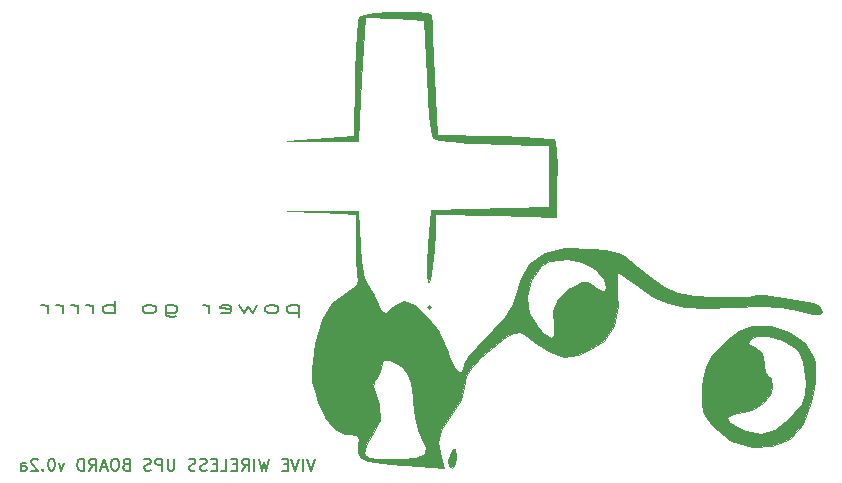
<source format=gbr>
%TF.GenerationSoftware,KiCad,Pcbnew,(5.1.9)-1*%
%TF.CreationDate,2021-05-12T15:20:05-07:00*%
%TF.ProjectId,vive_ups,76697665-5f75-4707-932e-6b696361645f,rev?*%
%TF.SameCoordinates,Original*%
%TF.FileFunction,Legend,Bot*%
%TF.FilePolarity,Positive*%
%FSLAX46Y46*%
G04 Gerber Fmt 4.6, Leading zero omitted, Abs format (unit mm)*
G04 Created by KiCad (PCBNEW (5.1.9)-1) date 2021-05-12 15:20:05*
%MOMM*%
%LPD*%
G01*
G04 APERTURE LIST*
%ADD10C,0.150000*%
%ADD11C,0.010000*%
G04 APERTURE END LIST*
D10*
X88464571Y-128309714D02*
X88464571Y-129309714D01*
X88464571Y-128357333D02*
X88271047Y-128309714D01*
X87884000Y-128309714D01*
X87690476Y-128357333D01*
X87593714Y-128404952D01*
X87496952Y-128500190D01*
X87496952Y-128785904D01*
X87593714Y-128881142D01*
X87690476Y-128928761D01*
X87884000Y-128976380D01*
X88271047Y-128976380D01*
X88464571Y-128928761D01*
X86335809Y-128976380D02*
X86529333Y-128928761D01*
X86626095Y-128881142D01*
X86722857Y-128785904D01*
X86722857Y-128500190D01*
X86626095Y-128404952D01*
X86529333Y-128357333D01*
X86335809Y-128309714D01*
X86045523Y-128309714D01*
X85852000Y-128357333D01*
X85755238Y-128404952D01*
X85658476Y-128500190D01*
X85658476Y-128785904D01*
X85755238Y-128881142D01*
X85852000Y-128928761D01*
X86045523Y-128976380D01*
X86335809Y-128976380D01*
X84981142Y-128309714D02*
X84594095Y-128976380D01*
X84207047Y-128500190D01*
X83820000Y-128976380D01*
X83432952Y-128309714D01*
X81884761Y-128928761D02*
X82078285Y-128976380D01*
X82465333Y-128976380D01*
X82658857Y-128928761D01*
X82755619Y-128833523D01*
X82755619Y-128452571D01*
X82658857Y-128357333D01*
X82465333Y-128309714D01*
X82078285Y-128309714D01*
X81884761Y-128357333D01*
X81788000Y-128452571D01*
X81788000Y-128547809D01*
X82755619Y-128643047D01*
X80917142Y-128976380D02*
X80917142Y-128309714D01*
X80917142Y-128500190D02*
X80820380Y-128404952D01*
X80723619Y-128357333D01*
X80530095Y-128309714D01*
X80336571Y-128309714D01*
X77240190Y-128309714D02*
X77240190Y-129119238D01*
X77336952Y-129214476D01*
X77433714Y-129262095D01*
X77627238Y-129309714D01*
X77917523Y-129309714D01*
X78111047Y-129262095D01*
X77240190Y-128928761D02*
X77433714Y-128976380D01*
X77820761Y-128976380D01*
X78014285Y-128928761D01*
X78111047Y-128881142D01*
X78207809Y-128785904D01*
X78207809Y-128500190D01*
X78111047Y-128404952D01*
X78014285Y-128357333D01*
X77820761Y-128309714D01*
X77433714Y-128309714D01*
X77240190Y-128357333D01*
X75982285Y-128976380D02*
X76175809Y-128928761D01*
X76272571Y-128881142D01*
X76369333Y-128785904D01*
X76369333Y-128500190D01*
X76272571Y-128404952D01*
X76175809Y-128357333D01*
X75982285Y-128309714D01*
X75692000Y-128309714D01*
X75498476Y-128357333D01*
X75401714Y-128404952D01*
X75304952Y-128500190D01*
X75304952Y-128785904D01*
X75401714Y-128881142D01*
X75498476Y-128928761D01*
X75692000Y-128976380D01*
X75982285Y-128976380D01*
X72885904Y-128976380D02*
X72885904Y-127976380D01*
X72885904Y-128357333D02*
X72692380Y-128309714D01*
X72305333Y-128309714D01*
X72111809Y-128357333D01*
X72015047Y-128404952D01*
X71918285Y-128500190D01*
X71918285Y-128785904D01*
X72015047Y-128881142D01*
X72111809Y-128928761D01*
X72305333Y-128976380D01*
X72692380Y-128976380D01*
X72885904Y-128928761D01*
X71047428Y-128976380D02*
X71047428Y-128309714D01*
X71047428Y-128500190D02*
X70950666Y-128404952D01*
X70853904Y-128357333D01*
X70660380Y-128309714D01*
X70466857Y-128309714D01*
X69789523Y-128976380D02*
X69789523Y-128309714D01*
X69789523Y-128500190D02*
X69692761Y-128404952D01*
X69596000Y-128357333D01*
X69402476Y-128309714D01*
X69208952Y-128309714D01*
X68531619Y-128976380D02*
X68531619Y-128309714D01*
X68531619Y-128500190D02*
X68434857Y-128404952D01*
X68338095Y-128357333D01*
X68144571Y-128309714D01*
X67951047Y-128309714D01*
X67273714Y-128976380D02*
X67273714Y-128309714D01*
X67273714Y-128500190D02*
X67176952Y-128404952D01*
X67080190Y-128357333D01*
X66886666Y-128309714D01*
X66693142Y-128309714D01*
X89866809Y-141311380D02*
X89533476Y-142311380D01*
X89200142Y-141311380D01*
X88866809Y-142311380D02*
X88866809Y-141311380D01*
X88533476Y-141311380D02*
X88200142Y-142311380D01*
X87866809Y-141311380D01*
X87533476Y-141787571D02*
X87200142Y-141787571D01*
X87057285Y-142311380D02*
X87533476Y-142311380D01*
X87533476Y-141311380D01*
X87057285Y-141311380D01*
X85962047Y-141311380D02*
X85723952Y-142311380D01*
X85533476Y-141597095D01*
X85343000Y-142311380D01*
X85104904Y-141311380D01*
X84723952Y-142311380D02*
X84723952Y-141311380D01*
X83676333Y-142311380D02*
X84009666Y-141835190D01*
X84247761Y-142311380D02*
X84247761Y-141311380D01*
X83866809Y-141311380D01*
X83771571Y-141359000D01*
X83723952Y-141406619D01*
X83676333Y-141501857D01*
X83676333Y-141644714D01*
X83723952Y-141739952D01*
X83771571Y-141787571D01*
X83866809Y-141835190D01*
X84247761Y-141835190D01*
X83247761Y-141787571D02*
X82914428Y-141787571D01*
X82771571Y-142311380D02*
X83247761Y-142311380D01*
X83247761Y-141311380D01*
X82771571Y-141311380D01*
X81866809Y-142311380D02*
X82343000Y-142311380D01*
X82343000Y-141311380D01*
X81533476Y-141787571D02*
X81200142Y-141787571D01*
X81057285Y-142311380D02*
X81533476Y-142311380D01*
X81533476Y-141311380D01*
X81057285Y-141311380D01*
X80676333Y-142263761D02*
X80533476Y-142311380D01*
X80295380Y-142311380D01*
X80200142Y-142263761D01*
X80152523Y-142216142D01*
X80104904Y-142120904D01*
X80104904Y-142025666D01*
X80152523Y-141930428D01*
X80200142Y-141882809D01*
X80295380Y-141835190D01*
X80485857Y-141787571D01*
X80581095Y-141739952D01*
X80628714Y-141692333D01*
X80676333Y-141597095D01*
X80676333Y-141501857D01*
X80628714Y-141406619D01*
X80581095Y-141359000D01*
X80485857Y-141311380D01*
X80247761Y-141311380D01*
X80104904Y-141359000D01*
X79723952Y-142263761D02*
X79581095Y-142311380D01*
X79343000Y-142311380D01*
X79247761Y-142263761D01*
X79200142Y-142216142D01*
X79152523Y-142120904D01*
X79152523Y-142025666D01*
X79200142Y-141930428D01*
X79247761Y-141882809D01*
X79343000Y-141835190D01*
X79533476Y-141787571D01*
X79628714Y-141739952D01*
X79676333Y-141692333D01*
X79723952Y-141597095D01*
X79723952Y-141501857D01*
X79676333Y-141406619D01*
X79628714Y-141359000D01*
X79533476Y-141311380D01*
X79295380Y-141311380D01*
X79152523Y-141359000D01*
X77962047Y-141311380D02*
X77962047Y-142120904D01*
X77914428Y-142216142D01*
X77866809Y-142263761D01*
X77771571Y-142311380D01*
X77581095Y-142311380D01*
X77485857Y-142263761D01*
X77438238Y-142216142D01*
X77390619Y-142120904D01*
X77390619Y-141311380D01*
X76914428Y-142311380D02*
X76914428Y-141311380D01*
X76533476Y-141311380D01*
X76438238Y-141359000D01*
X76390619Y-141406619D01*
X76343000Y-141501857D01*
X76343000Y-141644714D01*
X76390619Y-141739952D01*
X76438238Y-141787571D01*
X76533476Y-141835190D01*
X76914428Y-141835190D01*
X75962047Y-142263761D02*
X75819190Y-142311380D01*
X75581095Y-142311380D01*
X75485857Y-142263761D01*
X75438238Y-142216142D01*
X75390619Y-142120904D01*
X75390619Y-142025666D01*
X75438238Y-141930428D01*
X75485857Y-141882809D01*
X75581095Y-141835190D01*
X75771571Y-141787571D01*
X75866809Y-141739952D01*
X75914428Y-141692333D01*
X75962047Y-141597095D01*
X75962047Y-141501857D01*
X75914428Y-141406619D01*
X75866809Y-141359000D01*
X75771571Y-141311380D01*
X75533476Y-141311380D01*
X75390619Y-141359000D01*
X73866809Y-141787571D02*
X73723952Y-141835190D01*
X73676333Y-141882809D01*
X73628714Y-141978047D01*
X73628714Y-142120904D01*
X73676333Y-142216142D01*
X73723952Y-142263761D01*
X73819190Y-142311380D01*
X74200142Y-142311380D01*
X74200142Y-141311380D01*
X73866809Y-141311380D01*
X73771571Y-141359000D01*
X73723952Y-141406619D01*
X73676333Y-141501857D01*
X73676333Y-141597095D01*
X73723952Y-141692333D01*
X73771571Y-141739952D01*
X73866809Y-141787571D01*
X74200142Y-141787571D01*
X73009666Y-141311380D02*
X72819190Y-141311380D01*
X72723952Y-141359000D01*
X72628714Y-141454238D01*
X72581095Y-141644714D01*
X72581095Y-141978047D01*
X72628714Y-142168523D01*
X72723952Y-142263761D01*
X72819190Y-142311380D01*
X73009666Y-142311380D01*
X73104904Y-142263761D01*
X73200142Y-142168523D01*
X73247761Y-141978047D01*
X73247761Y-141644714D01*
X73200142Y-141454238D01*
X73104904Y-141359000D01*
X73009666Y-141311380D01*
X72200142Y-142025666D02*
X71723952Y-142025666D01*
X72295380Y-142311380D02*
X71962047Y-141311380D01*
X71628714Y-142311380D01*
X70723952Y-142311380D02*
X71057285Y-141835190D01*
X71295380Y-142311380D02*
X71295380Y-141311380D01*
X70914428Y-141311380D01*
X70819190Y-141359000D01*
X70771571Y-141406619D01*
X70723952Y-141501857D01*
X70723952Y-141644714D01*
X70771571Y-141739952D01*
X70819190Y-141787571D01*
X70914428Y-141835190D01*
X71295380Y-141835190D01*
X70295380Y-142311380D02*
X70295380Y-141311380D01*
X70057285Y-141311380D01*
X69914428Y-141359000D01*
X69819190Y-141454238D01*
X69771571Y-141549476D01*
X69723952Y-141739952D01*
X69723952Y-141882809D01*
X69771571Y-142073285D01*
X69819190Y-142168523D01*
X69914428Y-142263761D01*
X70057285Y-142311380D01*
X70295380Y-142311380D01*
X68628714Y-141644714D02*
X68390619Y-142311380D01*
X68152523Y-141644714D01*
X67581095Y-141311380D02*
X67485857Y-141311380D01*
X67390619Y-141359000D01*
X67343000Y-141406619D01*
X67295380Y-141501857D01*
X67247761Y-141692333D01*
X67247761Y-141930428D01*
X67295380Y-142120904D01*
X67343000Y-142216142D01*
X67390619Y-142263761D01*
X67485857Y-142311380D01*
X67581095Y-142311380D01*
X67676333Y-142263761D01*
X67723952Y-142216142D01*
X67771571Y-142120904D01*
X67819190Y-141930428D01*
X67819190Y-141692333D01*
X67771571Y-141501857D01*
X67723952Y-141406619D01*
X67676333Y-141359000D01*
X67581095Y-141311380D01*
X66819190Y-142216142D02*
X66771571Y-142263761D01*
X66819190Y-142311380D01*
X66866809Y-142263761D01*
X66819190Y-142216142D01*
X66819190Y-142311380D01*
X66390619Y-141406619D02*
X66343000Y-141359000D01*
X66247761Y-141311380D01*
X66009666Y-141311380D01*
X65914428Y-141359000D01*
X65866809Y-141406619D01*
X65819190Y-141501857D01*
X65819190Y-141597095D01*
X65866809Y-141739952D01*
X66438238Y-142311380D01*
X65819190Y-142311380D01*
X64962047Y-142311380D02*
X64962047Y-141787571D01*
X65009666Y-141692333D01*
X65104904Y-141644714D01*
X65295380Y-141644714D01*
X65390619Y-141692333D01*
X64962047Y-142263761D02*
X65057285Y-142311380D01*
X65295380Y-142311380D01*
X65390619Y-142263761D01*
X65438238Y-142168523D01*
X65438238Y-142073285D01*
X65390619Y-141978047D01*
X65295380Y-141930428D01*
X65057285Y-141930428D01*
X64962047Y-141882809D01*
D11*
%TO.C,G\u002A\u002A\u002A*%
G36*
X101528777Y-140491973D02*
G01*
X101416555Y-140648267D01*
X101103786Y-141393408D01*
X101162264Y-141931105D01*
X101416555Y-142059378D01*
X101670834Y-141755113D01*
X101763931Y-141089239D01*
X101711254Y-140473350D01*
X101528777Y-140491973D01*
G37*
X101528777Y-140491973D02*
X101416555Y-140648267D01*
X101103786Y-141393408D01*
X101162264Y-141931105D01*
X101416555Y-142059378D01*
X101670834Y-141755113D01*
X101763931Y-141089239D01*
X101711254Y-140473350D01*
X101528777Y-140491973D01*
G36*
X90392250Y-120441781D02*
G01*
X93302666Y-120568468D01*
X93302666Y-123171181D01*
X93324793Y-124508302D01*
X93383073Y-125596533D01*
X93465357Y-126217642D01*
X93473723Y-126243720D01*
X93302121Y-126709469D01*
X92589537Y-127205567D01*
X92512211Y-127242711D01*
X91325292Y-128127497D01*
X90457440Y-129549648D01*
X89880386Y-131561357D01*
X89752577Y-132337797D01*
X89599889Y-133748322D01*
X89644063Y-134811871D01*
X89917457Y-135867577D01*
X90149341Y-136496198D01*
X90828755Y-137957024D01*
X91543413Y-138822392D01*
X92399411Y-139198830D01*
X92879170Y-139237156D01*
X93489704Y-139342591D01*
X93580646Y-139800297D01*
X93520709Y-140078735D01*
X93459347Y-140702142D01*
X93704833Y-141147338D01*
X94354073Y-141457989D01*
X95503976Y-141677766D01*
X97251448Y-141850338D01*
X97493595Y-141869017D01*
X100802580Y-142119510D01*
X100531210Y-141119305D01*
X100389779Y-140326808D01*
X99256271Y-140326808D01*
X99134136Y-140884372D01*
X98440615Y-141210288D01*
X97124552Y-141344635D01*
X96488738Y-141353823D01*
X95158706Y-141326175D01*
X94395242Y-141222467D01*
X94060790Y-141011547D01*
X94008222Y-140792105D01*
X94215354Y-140132166D01*
X94713397Y-139333902D01*
X94713777Y-139333419D01*
X95336853Y-138058827D01*
X95280793Y-136650610D01*
X95005569Y-135892797D01*
X94768376Y-135107123D01*
X94979998Y-134597214D01*
X95005569Y-134570920D01*
X95369602Y-133872798D01*
X95419333Y-133522156D01*
X95641820Y-132987502D01*
X96241061Y-132969778D01*
X97114730Y-133467948D01*
X97206028Y-133540241D01*
X97687053Y-134076564D01*
X97977424Y-134853345D01*
X98146465Y-136078542D01*
X98175726Y-136449157D01*
X98342428Y-137770257D01*
X98609148Y-138905124D01*
X98858182Y-139497515D01*
X99256271Y-140326808D01*
X100389779Y-140326808D01*
X100309189Y-139875235D01*
X100495744Y-138899323D01*
X101165793Y-137888342D01*
X101396003Y-137619166D01*
X102243868Y-136334034D01*
X102474889Y-135208986D01*
X102613488Y-134324975D01*
X103120185Y-133513806D01*
X103856934Y-132778994D01*
X104846572Y-131928032D01*
X105783372Y-131191049D01*
X106133574Y-130944238D01*
X106707210Y-130618803D01*
X107173891Y-130605626D01*
X107780002Y-130955265D01*
X108367500Y-131402637D01*
X109724626Y-132302501D01*
X110901999Y-132657227D01*
X112117144Y-132504754D01*
X112927163Y-132197894D01*
X114328487Y-131296702D01*
X115166951Y-130045881D01*
X115479128Y-128375302D01*
X115449347Y-127361396D01*
X115411598Y-126738082D01*
X114469333Y-126738082D01*
X114415050Y-127111073D01*
X114127850Y-127077497D01*
X113571178Y-126735364D01*
X112944140Y-126384928D01*
X112428864Y-126378951D01*
X111715592Y-126740067D01*
X111472725Y-126888695D01*
X110403539Y-127783176D01*
X109967233Y-128833197D01*
X110061352Y-130072861D01*
X110129931Y-130871056D01*
X109847186Y-131068840D01*
X109204318Y-130666989D01*
X108696606Y-130193216D01*
X107955353Y-128991453D01*
X107768739Y-127570768D01*
X108155014Y-126170597D01*
X108363468Y-125821901D01*
X109011462Y-124996063D01*
X109669453Y-124580623D01*
X110619440Y-124437873D01*
X111222174Y-124425891D01*
X112503742Y-124651192D01*
X113593373Y-125246576D01*
X114301711Y-126077211D01*
X114469333Y-126738082D01*
X115411598Y-126738082D01*
X115386203Y-126318773D01*
X115389519Y-125635129D01*
X115431612Y-125478822D01*
X115763524Y-125675254D01*
X116479439Y-126183532D01*
X117187187Y-126713642D01*
X118460685Y-127573455D01*
X119731944Y-128143816D01*
X121172509Y-128461823D01*
X122953925Y-128564569D01*
X125247737Y-128489152D01*
X125365551Y-128482176D01*
X127573527Y-128399961D01*
X129273688Y-128462445D01*
X130650616Y-128678683D01*
X130961694Y-128756672D01*
X132046316Y-129020131D01*
X132611301Y-129060312D01*
X132805538Y-128879514D01*
X132813777Y-128785255D01*
X132514544Y-128351787D01*
X132020027Y-128139671D01*
X130460020Y-127829509D01*
X129011693Y-127600113D01*
X127847398Y-127473452D01*
X127139486Y-127471491D01*
X127032078Y-127503928D01*
X126554686Y-127586862D01*
X125556212Y-127638343D01*
X124220728Y-127650692D01*
X123678742Y-127643819D01*
X121963012Y-127549677D01*
X120614607Y-127278788D01*
X119403895Y-126738404D01*
X118101246Y-125835782D01*
X117039215Y-124962191D01*
X116387179Y-124411285D01*
X116097612Y-124168654D01*
X115492331Y-123910309D01*
X114428586Y-123665367D01*
X113312532Y-123507636D01*
X111045579Y-123474383D01*
X109290493Y-123908186D01*
X108012216Y-124830363D01*
X107175693Y-126262232D01*
X106860577Y-127431012D01*
X106562149Y-128362029D01*
X105954243Y-129309673D01*
X104919658Y-130444901D01*
X104537225Y-130819977D01*
X103572832Y-131816779D01*
X102849611Y-132690664D01*
X102492405Y-133286808D01*
X102474889Y-133377616D01*
X102340425Y-133941274D01*
X102010942Y-133957355D01*
X101597300Y-133514089D01*
X101210360Y-132699701D01*
X101082869Y-132269795D01*
X100283680Y-130422210D01*
X99381894Y-129271184D01*
X98282837Y-128315801D01*
X97409958Y-127982862D01*
X96694887Y-128253679D01*
X96477666Y-128477434D01*
X95892025Y-128960332D01*
X95461376Y-128759884D01*
X95224990Y-128212850D01*
X94786054Y-127292419D01*
X94407467Y-126766414D01*
X94028578Y-125968355D01*
X93767706Y-124545046D01*
X93655444Y-123238636D01*
X93479055Y-120363545D01*
X87481833Y-120315095D01*
X90392250Y-120441781D01*
G37*
X90392250Y-120441781D02*
X93302666Y-120568468D01*
X93302666Y-123171181D01*
X93324793Y-124508302D01*
X93383073Y-125596533D01*
X93465357Y-126217642D01*
X93473723Y-126243720D01*
X93302121Y-126709469D01*
X92589537Y-127205567D01*
X92512211Y-127242711D01*
X91325292Y-128127497D01*
X90457440Y-129549648D01*
X89880386Y-131561357D01*
X89752577Y-132337797D01*
X89599889Y-133748322D01*
X89644063Y-134811871D01*
X89917457Y-135867577D01*
X90149341Y-136496198D01*
X90828755Y-137957024D01*
X91543413Y-138822392D01*
X92399411Y-139198830D01*
X92879170Y-139237156D01*
X93489704Y-139342591D01*
X93580646Y-139800297D01*
X93520709Y-140078735D01*
X93459347Y-140702142D01*
X93704833Y-141147338D01*
X94354073Y-141457989D01*
X95503976Y-141677766D01*
X97251448Y-141850338D01*
X97493595Y-141869017D01*
X100802580Y-142119510D01*
X100531210Y-141119305D01*
X100389779Y-140326808D01*
X99256271Y-140326808D01*
X99134136Y-140884372D01*
X98440615Y-141210288D01*
X97124552Y-141344635D01*
X96488738Y-141353823D01*
X95158706Y-141326175D01*
X94395242Y-141222467D01*
X94060790Y-141011547D01*
X94008222Y-140792105D01*
X94215354Y-140132166D01*
X94713397Y-139333902D01*
X94713777Y-139333419D01*
X95336853Y-138058827D01*
X95280793Y-136650610D01*
X95005569Y-135892797D01*
X94768376Y-135107123D01*
X94979998Y-134597214D01*
X95005569Y-134570920D01*
X95369602Y-133872798D01*
X95419333Y-133522156D01*
X95641820Y-132987502D01*
X96241061Y-132969778D01*
X97114730Y-133467948D01*
X97206028Y-133540241D01*
X97687053Y-134076564D01*
X97977424Y-134853345D01*
X98146465Y-136078542D01*
X98175726Y-136449157D01*
X98342428Y-137770257D01*
X98609148Y-138905124D01*
X98858182Y-139497515D01*
X99256271Y-140326808D01*
X100389779Y-140326808D01*
X100309189Y-139875235D01*
X100495744Y-138899323D01*
X101165793Y-137888342D01*
X101396003Y-137619166D01*
X102243868Y-136334034D01*
X102474889Y-135208986D01*
X102613488Y-134324975D01*
X103120185Y-133513806D01*
X103856934Y-132778994D01*
X104846572Y-131928032D01*
X105783372Y-131191049D01*
X106133574Y-130944238D01*
X106707210Y-130618803D01*
X107173891Y-130605626D01*
X107780002Y-130955265D01*
X108367500Y-131402637D01*
X109724626Y-132302501D01*
X110901999Y-132657227D01*
X112117144Y-132504754D01*
X112927163Y-132197894D01*
X114328487Y-131296702D01*
X115166951Y-130045881D01*
X115479128Y-128375302D01*
X115449347Y-127361396D01*
X115411598Y-126738082D01*
X114469333Y-126738082D01*
X114415050Y-127111073D01*
X114127850Y-127077497D01*
X113571178Y-126735364D01*
X112944140Y-126384928D01*
X112428864Y-126378951D01*
X111715592Y-126740067D01*
X111472725Y-126888695D01*
X110403539Y-127783176D01*
X109967233Y-128833197D01*
X110061352Y-130072861D01*
X110129931Y-130871056D01*
X109847186Y-131068840D01*
X109204318Y-130666989D01*
X108696606Y-130193216D01*
X107955353Y-128991453D01*
X107768739Y-127570768D01*
X108155014Y-126170597D01*
X108363468Y-125821901D01*
X109011462Y-124996063D01*
X109669453Y-124580623D01*
X110619440Y-124437873D01*
X111222174Y-124425891D01*
X112503742Y-124651192D01*
X113593373Y-125246576D01*
X114301711Y-126077211D01*
X114469333Y-126738082D01*
X115411598Y-126738082D01*
X115386203Y-126318773D01*
X115389519Y-125635129D01*
X115431612Y-125478822D01*
X115763524Y-125675254D01*
X116479439Y-126183532D01*
X117187187Y-126713642D01*
X118460685Y-127573455D01*
X119731944Y-128143816D01*
X121172509Y-128461823D01*
X122953925Y-128564569D01*
X125247737Y-128489152D01*
X125365551Y-128482176D01*
X127573527Y-128399961D01*
X129273688Y-128462445D01*
X130650616Y-128678683D01*
X130961694Y-128756672D01*
X132046316Y-129020131D01*
X132611301Y-129060312D01*
X132805538Y-128879514D01*
X132813777Y-128785255D01*
X132514544Y-128351787D01*
X132020027Y-128139671D01*
X130460020Y-127829509D01*
X129011693Y-127600113D01*
X127847398Y-127473452D01*
X127139486Y-127471491D01*
X127032078Y-127503928D01*
X126554686Y-127586862D01*
X125556212Y-127638343D01*
X124220728Y-127650692D01*
X123678742Y-127643819D01*
X121963012Y-127549677D01*
X120614607Y-127278788D01*
X119403895Y-126738404D01*
X118101246Y-125835782D01*
X117039215Y-124962191D01*
X116387179Y-124411285D01*
X116097612Y-124168654D01*
X115492331Y-123910309D01*
X114428586Y-123665367D01*
X113312532Y-123507636D01*
X111045579Y-123474383D01*
X109290493Y-123908186D01*
X108012216Y-124830363D01*
X107175693Y-126262232D01*
X106860577Y-127431012D01*
X106562149Y-128362029D01*
X105954243Y-129309673D01*
X104919658Y-130444901D01*
X104537225Y-130819977D01*
X103572832Y-131816779D01*
X102849611Y-132690664D01*
X102492405Y-133286808D01*
X102474889Y-133377616D01*
X102340425Y-133941274D01*
X102010942Y-133957355D01*
X101597300Y-133514089D01*
X101210360Y-132699701D01*
X101082869Y-132269795D01*
X100283680Y-130422210D01*
X99381894Y-129271184D01*
X98282837Y-128315801D01*
X97409958Y-127982862D01*
X96694887Y-128253679D01*
X96477666Y-128477434D01*
X95892025Y-128960332D01*
X95461376Y-128759884D01*
X95224990Y-128212850D01*
X94786054Y-127292419D01*
X94407467Y-126766414D01*
X94028578Y-125968355D01*
X93767706Y-124545046D01*
X93655444Y-123238636D01*
X93479055Y-120363545D01*
X87481833Y-120315095D01*
X90392250Y-120441781D01*
G36*
X126634634Y-130112906D02*
G01*
X125781226Y-130527183D01*
X124762407Y-131278139D01*
X124188173Y-131810951D01*
X123371709Y-132729112D01*
X122929130Y-133546368D01*
X122718835Y-134584636D01*
X122656047Y-135294105D01*
X122603934Y-136511428D01*
X122721902Y-137315142D01*
X123091662Y-137991639D01*
X123601746Y-138608751D01*
X125067779Y-139773908D01*
X126816003Y-140329871D01*
X128575368Y-140256156D01*
X130033830Y-139607299D01*
X131139499Y-138359626D01*
X131875909Y-136534557D01*
X132047682Y-135739000D01*
X132167143Y-134771043D01*
X131402666Y-134771043D01*
X131341098Y-135862630D01*
X131065327Y-136652947D01*
X130438753Y-137450827D01*
X130033059Y-137867548D01*
X128796176Y-138863148D01*
X127624296Y-139223091D01*
X126353535Y-138979119D01*
X125740703Y-138698930D01*
X124926413Y-138154574D01*
X124760984Y-137736922D01*
X125245821Y-137503255D01*
X125710647Y-137473267D01*
X126832863Y-137218871D01*
X127821147Y-136572954D01*
X128457783Y-135711419D01*
X128580444Y-135154607D01*
X128456403Y-134503979D01*
X128227666Y-134298267D01*
X127982890Y-133990978D01*
X127875131Y-133247438D01*
X127874889Y-133206907D01*
X127720563Y-132332013D01*
X127195855Y-131938246D01*
X127169333Y-131931040D01*
X126548294Y-131612386D01*
X126611761Y-131230876D01*
X127174872Y-130945120D01*
X128200675Y-130910327D01*
X129402233Y-131253567D01*
X130453777Y-131856604D01*
X130872406Y-132287093D01*
X131198534Y-133110284D01*
X131384351Y-134286187D01*
X131402666Y-134771043D01*
X132167143Y-134771043D01*
X132220225Y-134340939D01*
X132220142Y-133224299D01*
X132130840Y-132782970D01*
X131305424Y-131545717D01*
X130018218Y-130607486D01*
X128485853Y-130073518D01*
X126924960Y-130049052D01*
X126634634Y-130112906D01*
G37*
X126634634Y-130112906D02*
X125781226Y-130527183D01*
X124762407Y-131278139D01*
X124188173Y-131810951D01*
X123371709Y-132729112D01*
X122929130Y-133546368D01*
X122718835Y-134584636D01*
X122656047Y-135294105D01*
X122603934Y-136511428D01*
X122721902Y-137315142D01*
X123091662Y-137991639D01*
X123601746Y-138608751D01*
X125067779Y-139773908D01*
X126816003Y-140329871D01*
X128575368Y-140256156D01*
X130033830Y-139607299D01*
X131139499Y-138359626D01*
X131875909Y-136534557D01*
X132047682Y-135739000D01*
X132167143Y-134771043D01*
X131402666Y-134771043D01*
X131341098Y-135862630D01*
X131065327Y-136652947D01*
X130438753Y-137450827D01*
X130033059Y-137867548D01*
X128796176Y-138863148D01*
X127624296Y-139223091D01*
X126353535Y-138979119D01*
X125740703Y-138698930D01*
X124926413Y-138154574D01*
X124760984Y-137736922D01*
X125245821Y-137503255D01*
X125710647Y-137473267D01*
X126832863Y-137218871D01*
X127821147Y-136572954D01*
X128457783Y-135711419D01*
X128580444Y-135154607D01*
X128456403Y-134503979D01*
X128227666Y-134298267D01*
X127982890Y-133990978D01*
X127875131Y-133247438D01*
X127874889Y-133206907D01*
X127720563Y-132332013D01*
X127195855Y-131938246D01*
X127169333Y-131931040D01*
X126548294Y-131612386D01*
X126611761Y-131230876D01*
X127174872Y-130945120D01*
X128200675Y-130910327D01*
X129402233Y-131253567D01*
X130453777Y-131856604D01*
X130872406Y-132287093D01*
X131198534Y-133110284D01*
X131384351Y-134286187D01*
X131402666Y-134771043D01*
X132167143Y-134771043D01*
X132220225Y-134340939D01*
X132220142Y-133224299D01*
X132130840Y-132782970D01*
X131305424Y-131545717D01*
X130018218Y-130607486D01*
X128485853Y-130073518D01*
X126924960Y-130049052D01*
X126634634Y-130112906D01*
G36*
X99299889Y-128477434D02*
G01*
X99476278Y-128653822D01*
X99652666Y-128477434D01*
X99476278Y-128301045D01*
X99299889Y-128477434D01*
G37*
X99299889Y-128477434D02*
X99476278Y-128653822D01*
X99652666Y-128477434D01*
X99476278Y-128301045D01*
X99299889Y-128477434D01*
G36*
X96091812Y-103477170D02*
G01*
X94908729Y-103568271D01*
X94005224Y-103711357D01*
X93598283Y-103875428D01*
X93492215Y-104310517D01*
X93390436Y-105315278D01*
X93302689Y-106753848D01*
X93238715Y-108490364D01*
X93224955Y-109081812D01*
X93126277Y-114013545D01*
X87481833Y-114429009D01*
X93479055Y-114366323D01*
X93788422Y-109148299D01*
X94097789Y-103930276D01*
X96610645Y-104033021D01*
X99123500Y-104135767D01*
X99317278Y-108986211D01*
X99411765Y-110780688D01*
X99536042Y-112326915D01*
X99675702Y-113485325D01*
X99816339Y-114116351D01*
X99853277Y-114178878D01*
X100315941Y-114312004D01*
X101342885Y-114436365D01*
X102792845Y-114539733D01*
X104524554Y-114609881D01*
X104951166Y-114620100D01*
X109706833Y-114719100D01*
X109706833Y-120010767D01*
X99714421Y-120206151D01*
X99464117Y-123211023D01*
X99365515Y-124706534D01*
X99345019Y-125765679D01*
X99392078Y-126331666D01*
X99496138Y-126347705D01*
X99646648Y-125757003D01*
X99779797Y-124909956D01*
X99923122Y-123555041D01*
X100000842Y-122218531D01*
X100005444Y-121913909D01*
X100005444Y-120564138D01*
X105120722Y-120704506D01*
X110236000Y-120844875D01*
X110291895Y-118311154D01*
X110314887Y-116465151D01*
X110284431Y-115232350D01*
X110195843Y-114522084D01*
X110083255Y-114272374D01*
X109699850Y-114213450D01*
X108742777Y-114146732D01*
X107343766Y-114079319D01*
X105634547Y-114018312D01*
X105063778Y-114001851D01*
X100181833Y-113868859D01*
X99960293Y-109002313D01*
X99876469Y-107198232D01*
X99800660Y-105635095D01*
X99739966Y-104454464D01*
X99701488Y-103797897D01*
X99695709Y-103727694D01*
X99356423Y-103563316D01*
X98511870Y-103469938D01*
X97358263Y-103442807D01*
X96091812Y-103477170D01*
G37*
X96091812Y-103477170D02*
X94908729Y-103568271D01*
X94005224Y-103711357D01*
X93598283Y-103875428D01*
X93492215Y-104310517D01*
X93390436Y-105315278D01*
X93302689Y-106753848D01*
X93238715Y-108490364D01*
X93224955Y-109081812D01*
X93126277Y-114013545D01*
X87481833Y-114429009D01*
X93479055Y-114366323D01*
X93788422Y-109148299D01*
X94097789Y-103930276D01*
X96610645Y-104033021D01*
X99123500Y-104135767D01*
X99317278Y-108986211D01*
X99411765Y-110780688D01*
X99536042Y-112326915D01*
X99675702Y-113485325D01*
X99816339Y-114116351D01*
X99853277Y-114178878D01*
X100315941Y-114312004D01*
X101342885Y-114436365D01*
X102792845Y-114539733D01*
X104524554Y-114609881D01*
X104951166Y-114620100D01*
X109706833Y-114719100D01*
X109706833Y-120010767D01*
X99714421Y-120206151D01*
X99464117Y-123211023D01*
X99365515Y-124706534D01*
X99345019Y-125765679D01*
X99392078Y-126331666D01*
X99496138Y-126347705D01*
X99646648Y-125757003D01*
X99779797Y-124909956D01*
X99923122Y-123555041D01*
X100000842Y-122218531D01*
X100005444Y-121913909D01*
X100005444Y-120564138D01*
X105120722Y-120704506D01*
X110236000Y-120844875D01*
X110291895Y-118311154D01*
X110314887Y-116465151D01*
X110284431Y-115232350D01*
X110195843Y-114522084D01*
X110083255Y-114272374D01*
X109699850Y-114213450D01*
X108742777Y-114146732D01*
X107343766Y-114079319D01*
X105634547Y-114018312D01*
X105063778Y-114001851D01*
X100181833Y-113868859D01*
X99960293Y-109002313D01*
X99876469Y-107198232D01*
X99800660Y-105635095D01*
X99739966Y-104454464D01*
X99701488Y-103797897D01*
X99695709Y-103727694D01*
X99356423Y-103563316D01*
X98511870Y-103469938D01*
X97358263Y-103442807D01*
X96091812Y-103477170D01*
%TD*%
M02*

</source>
